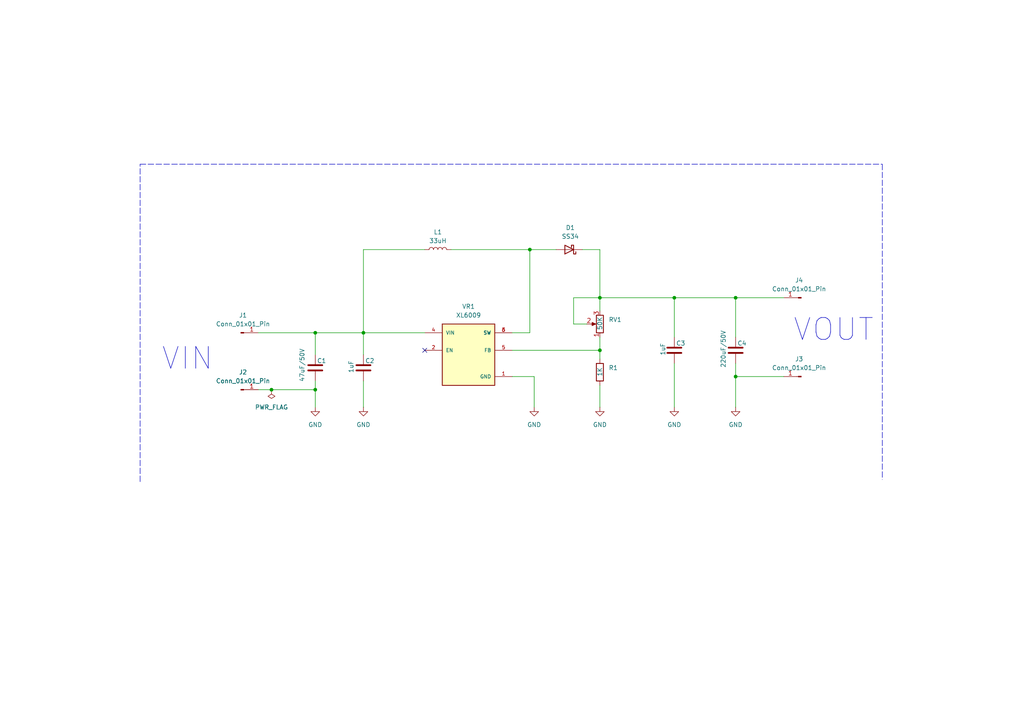
<source format=kicad_sch>
(kicad_sch (version 20250114) (generator "eeschema") (generator_version "9.0")
  (paper "A4")
  (title_block (title "DC-DC Boost Converter"))
  (lib_symbols
    (symbol "Connector:Conn_01x01_Pin" (pin_names (offset 1.016) (hide yes))
      (property "Reference" "J" (at 0 2.54 0))
      (property "Value" "Conn_01x01_Pin" (at 0 -2.54 0))
      (symbol "Conn_01x01_Pin_1_1"
        (rectangle (start 0.8636 0.127) (end 0 -0.127) (stroke (width 0.1524)) (fill (type outline)))
        (polyline (pts (xy 1.27 0) (xy 0.8636 0)) (stroke (width 0.1524)))
        (pin passive line (at 5.08 0 180) (length 3.81) (name "Pin_1") (number "1"))
      )
    )
    (symbol "Device:C" (pin_numbers (hide yes)) (pin_names (offset 0.254))
      (property "Reference" "C" (at 0.635 2.54 0))
      (property "Value" "C" (at 0.635 -2.54 0))
      (symbol "C_0_1"
        (polyline (pts (xy -2.032 0.762) (xy 2.032 0.762)) (stroke (width 0.508)))
        (polyline (pts (xy -2.032 -0.762) (xy 2.032 -0.762)) (stroke (width 0.508)))
      )
      (symbol "C_1_1"
        (pin passive line (at 0 3.81 270) (length 2.794) (name "~") (number "1"))
        (pin passive line (at 0 -3.81 90) (length 2.794) (name "~") (number "2"))
      )
    )
    (symbol "Device:L" (pin_numbers (hide yes)) (pin_names (offset 1.016) (hide yes))
      (property "Reference" "L" (at -1.27 0 90))
      (property "Value" "L" (at 1.905 0 90))
      (symbol "L_0_1"
        (arc (start 0 2.54) (mid 0.6323 1.905) (end 0 1.27))
        (arc (start 0 1.27) (mid 0.6323 0.635) (end 0 0))
        (arc (start 0 0) (mid 0.6323 -0.635) (end 0 -1.27))
        (arc (start 0 -1.27) (mid 0.6323 -1.905) (end 0 -2.54))
      )
      (symbol "L_1_1"
        (pin passive line (at 0 3.81 270) (length 1.27) (name "1") (number "1"))
        (pin passive line (at 0 -3.81 90) (length 1.27) (name "2") (number "2"))
      )
    )
    (symbol "Device:R" (pin_numbers (hide yes)) (pin_names (offset 0))
      (property "Reference" "R" (at 2.032 0 90))
      (property "Value" "R" (at 0 0 90))
      (symbol "R_0_1"
        (rectangle (start -1.016 -2.54) (end 1.016 2.54) (stroke (width 0.254)))
      )
      (symbol "R_1_1"
        (pin passive line (at 0 3.81 270) (length 1.27) (name "~") (number "1"))
        (pin passive line (at 0 -3.81 90) (length 1.27) (name "~") (number "2"))
      )
    )
    (symbol "Device:R_Potentiometer" (pin_names (offset 1.016) (hide yes))
      (property "Reference" "RV" (at -4.445 0 90))
      (property "Value" "R_Potentiometer" (at -2.54 0 90))
      (symbol "R_Potentiometer_0_1"
        (rectangle (start 1.016 2.54) (end -1.016 -2.54) (stroke (width 0.254)))
        (polyline (pts (xy 1.143 0) (xy 2.286 0.508) (xy 2.286 -0.508) (xy 1.143 0)) (fill (type outline)))
        (polyline (pts (xy 2.54 0) (xy 1.524 0)))
      )
      (symbol "R_Potentiometer_1_1"
        (pin passive line (at 0 3.81 270) (length 1.27) (name "1") (number "1"))
        (pin passive line (at 0 -3.81 90) (length 1.27) (name "3") (number "3"))
        (pin passive line (at 3.81 0 180) (length 1.27) (name "2") (number "2"))
      )
    )
    (symbol "Diode:SS34" (pin_numbers (hide yes)) (pin_names (offset 1.016) (hide yes))
      (property "Reference" "D" (at 0 2.54 0))
      (property "Value" "SS34" (at 0 -2.54 0))
      (symbol "SS34_0_1"
        (polyline (pts (xy -1.905 0.635) (xy -1.905 1.27) (xy -1.27 1.27) (xy -1.27 -1.27) (xy -0.635 -1.27) (xy -0.635 -0.635)) (stroke (width 0.254)))
        (polyline (pts (xy 1.27 1.27) (xy 1.27 -1.27) (xy -1.27 0) (xy 1.27 1.27)) (stroke (width 0.254)))
        (polyline (pts (xy 1.27 0) (xy -1.27 0)))
      )
      (symbol "SS34_1_1"
        (pin passive line (at -3.81 0 0) (length 2.54) (name "K") (number "1"))
        (pin passive line (at 3.81 0 180) (length 2.54) (name "A") (number "2"))
      )
    )
    (symbol "XL6009:XL6009" (pin_names (offset 1.016))
      (property "Reference" "VR" (at -7.62 8.89 0))
      (property "Value" "XL6009" (at -7.62 -11.43 0))
      (symbol "XL6009_0_0"
        (rectangle (start -7.62 -10.16) (end 7.62 7.62) (stroke (width 0.254)) (fill (type background)))
        (pin input line (at -12.7 5.08 0) (length 5.08) (name "VIN") (number "4"))
        (pin input line (at -12.7 0 0) (length 5.08) (name "EN") (number "2"))
        (pin output line (at 12.7 5.08 180) (length 5.08) (name "SW") (number "3"))
        (pin output line (at 12.7 5.08 180) (length 5.08) (name "SW") (number "6"))
        (pin input line (at 12.7 0 180) (length 5.08) (name "FB") (number "5"))
        (pin power_in line (at 12.7 -7.62 180) (length 5.08) (name "GND") (number "1"))
      )
    )
    (symbol "power:GND" (power) (pin_numbers (hide yes)) (pin_names (offset 0) (hide yes))
      (property "Value" "GND" (at 0 -3.81 0))
      (symbol "GND_0_1"
        (polyline (pts (xy 0 0) (xy 0 -1.27) (xy 1.27 -1.27) (xy 0 -2.54) (xy -1.27 -1.27) (xy 0 -1.27)))
      )
      (symbol "GND_1_1"
        (pin power_in line (at 0 0 270) (length 0) (name "~") (number "1"))
      )
    )
    (symbol "power:PWR_FLAG" (power) (pin_numbers (hide yes)) (pin_names (offset 0) (hide yes))
      (property "Value" "PWR_FLAG" (at 0 3.81 0))
      (symbol "PWR_FLAG_0_0"
        (pin power_out line (at 0 0 90) (length 0) (name "~") (number "1"))
      )
      (symbol "PWR_FLAG_0_1"
        (polyline (pts (xy 0 0) (xy 0 1.27) (xy -1.016 1.905) (xy 0 2.54) (xy 1.016 1.905) (xy 0 1.27)))
      )
    )
  )
  (text "VIN" (at 54.356 104.14 0) (effects (font (size 6.35 6.35))))
  (text "VOUT" (at 241.808 95.758 0) (effects (font (size 6.35 6.35))))
  (junction (at 91.44 96.52))
  (junction (at 91.44 113.03))
  (junction (at 78.74 113.03))
  (junction (at 195.58 86.36))
  (junction (at 173.99 86.36))
  (junction (at 213.36 109.22))
  (junction (at 153.67 72.39))
  (junction (at 105.41 96.52))
  (junction (at 173.99 101.6))
  (junction (at 213.36 86.36))
  (no_connect (at 123.19 101.6))
  (wire (pts (xy 105.41 96.52) (xy 123.19 96.52)))
  (wire (pts (xy 91.44 113.03) (xy 91.44 118.11)))
  (polyline (pts (xy 40.64 139.7) (xy 40.64 47.625)) (stroke (width 0) (type dash)))
  (wire (pts (xy 227.33 86.36) (xy 213.36 86.36)))
  (wire (pts (xy 78.74 113.03) (xy 91.44 113.03)))
  (polyline (pts (xy 255.905 47.625) (xy 255.905 139.065)) (stroke (width 0) (type dash)))
  (wire (pts (xy 213.36 109.22) (xy 213.36 118.11)))
  (wire (pts (xy 105.41 72.39) (xy 105.41 96.52)))
  (wire (pts (xy 173.99 97.79) (xy 173.99 101.6)))
  (wire (pts (xy 74.93 96.52) (xy 91.44 96.52)))
  (wire (pts (xy 153.67 96.52) (xy 153.67 72.39)))
  (wire (pts (xy 123.19 72.39) (xy 105.41 72.39)))
  (wire (pts (xy 213.36 109.22) (xy 227.33 109.22)))
  (wire (pts (xy 168.91 72.39) (xy 173.99 72.39)))
  (wire (pts (xy 91.44 96.52) (xy 105.41 96.52)))
  (wire (pts (xy 195.58 97.79) (xy 195.58 86.36)))
  (wire (pts (xy 74.93 113.03) (xy 78.74 113.03)))
  (wire (pts (xy 148.59 109.22) (xy 154.94 109.22)))
  (wire (pts (xy 153.67 72.39) (xy 161.29 72.39)))
  (wire (pts (xy 213.36 86.36) (xy 195.58 86.36)))
  (wire (pts (xy 91.44 96.52) (xy 91.44 102.87)))
  (wire (pts (xy 213.36 105.41) (xy 213.36 109.22)))
  (wire (pts (xy 154.94 109.22) (xy 154.94 118.11)))
  (wire (pts (xy 130.81 72.39) (xy 153.67 72.39)))
  (wire (pts (xy 173.99 111.76) (xy 173.99 118.11)))
  (wire (pts (xy 166.37 86.36) (xy 173.99 86.36)))
  (wire (pts (xy 213.36 97.79) (xy 213.36 86.36)))
  (wire (pts (xy 173.99 72.39) (xy 173.99 86.36)))
  (wire (pts (xy 195.58 86.36) (xy 173.99 86.36)))
  (wire (pts (xy 148.59 101.6) (xy 173.99 101.6)))
  (wire (pts (xy 195.58 105.41) (xy 195.58 118.11)))
  (wire (pts (xy 105.41 96.52) (xy 105.41 102.87)))
  (wire (pts (xy 148.59 96.52) (xy 153.67 96.52)))
  (wire (pts (xy 166.37 93.98) (xy 166.37 86.36)))
  (wire (pts (xy 91.44 110.49) (xy 91.44 113.03)))
  (wire (pts (xy 173.99 86.36) (xy 173.99 90.17)))
  (wire (pts (xy 170.18 93.98) (xy 166.37 93.98)))
  (wire (pts (xy 105.41 110.49) (xy 105.41 118.11)))
  (wire (pts (xy 173.99 104.14) (xy 173.99 101.6)))
  (polyline (pts (xy 40.64 47.625) (xy 255.905 47.625)) (stroke (width 0) (type dash)))
  (symbol (lib_id "power:GND") (at 91.44 118.11 0) (unit 1)
    (property "Reference" "#PWR06" (effects (hide yes)))
    (property "Value" "GND" (at 91.44 123.19 0))
    (property "Description" "Power symbol creates a global label with name \"GND\" , ground" (effects (hide yes)))
  )
  (symbol (lib_id "Connector:Conn_01x01_Pin") (at 232.41 86.36 180) (unit 1)
    (property "Reference" "J4" (at 231.775 81.28 0))
    (property "Value" "Conn_01x01_Pin" (at 231.775 83.82 0))
    (property "Footprint" "Connector_PinHeader_2.54mm:PinHeader_1x01_P2.54mm_Vertical" (effects (hide yes)))
    (property "Description" "Generic connector, single row, 01x01, script generated" (effects (hide yes)))
  )
  (symbol (lib_id "power:GND") (at 213.36 118.11 0) (unit 1)
    (property "Reference" "#PWR04" (effects (hide yes)))
    (property "Value" "GND" (at 213.36 123.19 0))
    (property "Description" "Power symbol creates a global label with name \"GND\" , ground" (effects (hide yes)))
  )
  (symbol (lib_id "Device:R") (at 173.99 107.95 0) (unit 1)
    (property "Reference" "R1" (at 176.53 106.6799 0) (effects (justify left)))
    (property "Value" "1K" (at 173.99 109.22 90) (effects (justify left)))
    (property "Footprint" "Resistor_SMD:R_1206_3216Metric" (effects (hide yes)))
    (property "Description" "Resistor" (effects (hide yes)))
  )
  (symbol (lib_id "XL6009:XL6009") (at 135.89 101.6 0) (unit 1)
    (property "Reference" "VR1" (at 135.89 88.9 0))
    (property "Value" "XL6009" (at 135.89 91.44 0))
    (property "Footprint" "Footprints:DPAK170P1435X465-6N" (effects (hide yes)))
    (property "MF" "XLSEMI" (effects (hide yes)))
    (property "MAXIMUM_PACKAGE_HEIGHT" "4.65mm" (effects (hide yes)))
    (property "Package" "TO-263-5L XLSEMI" (effects (hide yes)))
    (property "Price" "None" (effects (hide yes)))
    (property "Check_prices" "https://www.snapeda.com/parts/XL6009/XLSEMI/view-part/?ref=eda" (effects (hide yes)))
    (property "STANDARD" "IPC-7351B" (effects (hide yes)))
    (property "PARTREV" "1.1" (effects (hide yes)))
    (property "SnapEDA_Link" "https://www.snapeda.com/parts/XL6009/XLSEMI/view-part/?ref=snap" (effects (hide yes)))
    (property "MP" "XL6009" (effects (hide yes)))
    (property "Description_1" "The XL6009 regulator is a wide input range, current mode, DC/DC converter which is capable of generating either positive or negative output voltages." (effects (hide yes)))
    (property "Availability" "Not in stock" (effects (hide yes)))
    (property "MANUFACTURER" "XLSEMI" (effects (hide yes)))
  )
  (symbol (lib_id "Device:C") (at 213.36 101.6 0) (unit 1)
    (property "Reference" "C4" (at 213.868 99.568 0) (effects (justify left)))
    (property "Value" "220uF/50V" (at 209.804 106.68 90) (effects (justify left)))
    (property "Footprint" "Capacitor_THT:C_Radial_D6.3mm_H11.0mm_P2.50mm" (effects (hide yes)))
    (property "Description" "Unpolarized capacitor" (effects (hide yes)))
  )
  (symbol (lib_id "power:PWR_FLAG") (at 78.74 113.03 180) (unit 1)
    (property "Reference" "#FLG01" (effects (hide yes)))
    (property "Value" "PWR_FLAG" (at 78.74 118.11 0))
    (property "Description" "Special symbol for telling ERC where power comes from" (effects (hide yes)))
  )
  (symbol (lib_id "Connector:Conn_01x01_Pin") (at 232.41 109.22 180) (unit 1)
    (property "Reference" "J3" (at 231.775 104.14 0))
    (property "Value" "Conn_01x01_Pin" (at 231.775 106.68 0))
    (property "Footprint" "Connector_PinHeader_2.54mm:PinHeader_1x01_P2.54mm_Vertical" (effects (hide yes)))
    (property "Description" "Generic connector, single row, 01x01, script generated" (effects (hide yes)))
  )
  (symbol (lib_id "power:GND") (at 173.99 118.11 0) (unit 1)
    (property "Reference" "#PWR02" (effects (hide yes)))
    (property "Value" "GND" (at 173.99 123.19 0))
    (property "Description" "Power symbol creates a global label with name \"GND\" , ground" (effects (hide yes)))
  )
  (symbol (lib_id "Device:R_Potentiometer") (at 173.99 93.98 180) (unit 1)
    (property "Reference" "RV1" (at 176.53 92.7099 0) (effects (justify right)))
    (property "Value" "50K" (at 173.99 95.758 90) (effects (justify right)))
    (property "Footprint" "Potentiometer_THT:Potentiometer_Bourns_3296W_Vertical" (effects (hide yes)))
    (property "Description" "Potentiometer" (effects (hide yes)))
  )
  (symbol (lib_id "power:GND") (at 105.41 118.11 0) (unit 1)
    (property "Reference" "#PWR05" (effects (hide yes)))
    (property "Value" "GND" (at 105.41 123.19 0))
    (property "Description" "Power symbol creates a global label with name \"GND\" , ground" (effects (hide yes)))
  )
  (symbol (lib_id "Device:L") (at 127 72.39 90) (unit 1)
    (property "Reference" "L1" (at 127 67.31 90))
    (property "Value" "33uH" (at 127 69.85 90))
    (property "Footprint" "Inductor_SMD:L_12x12mm_H8mm" (effects (hide yes)))
    (property "Description" "Inductor" (effects (hide yes)))
  )
  (symbol (lib_id "Device:C") (at 91.44 106.68 0) (unit 1)
    (property "Reference" "C1" (at 91.948 104.648 0) (effects (justify left)))
    (property "Value" "47uF/50V" (at 87.63 110.744 90) (effects (justify left)))
    (property "Footprint" "Capacitor_THT:C_Radial_D6.3mm_H11.0mm_P2.50mm" (effects (hide yes)))
    (property "Description" "Unpolarized capacitor" (effects (hide yes)))
  )
  (symbol (lib_id "Device:C") (at 105.41 106.68 0) (unit 1)
    (property "Reference" "C2" (at 105.918 104.648 0) (effects (justify left)))
    (property "Value" "1uF" (at 101.854 108.204 90) (effects (justify left)))
    (property "Footprint" "Capacitor_SMD:C_0805_2012Metric" (effects (hide yes)))
    (property "Description" "Unpolarized capacitor" (effects (hide yes)))
  )
  (symbol (lib_id "Device:C") (at 195.58 101.6 0) (unit 1)
    (property "Reference" "C3" (at 196.088 99.568 0) (effects (justify left)))
    (property "Value" "1uF" (at 192.278 103.124 90) (effects (justify left)))
    (property "Footprint" "Capacitor_SMD:C_0805_2012Metric" (effects (hide yes)))
    (property "Description" "Unpolarized capacitor" (effects (hide yes)))
  )
  (symbol (lib_id "Connector:Conn_01x01_Pin") (at 69.85 96.52 0) (unit 1)
    (property "Reference" "J1" (at 70.485 91.44 0))
    (property "Value" "Conn_01x01_Pin" (at 70.485 93.98 0))
    (property "Footprint" "Connector_PinHeader_2.54mm:PinHeader_1x01_P2.54mm_Vertical" (effects (hide yes)))
    (property "Description" "Generic connector, single row, 01x01, script generated" (effects (hide yes)))
  )
  (symbol (lib_id "power:GND") (at 195.58 118.11 0) (unit 1)
    (property "Reference" "#PWR03" (effects (hide yes)))
    (property "Value" "GND" (at 195.58 123.19 0))
    (property "Description" "Power symbol creates a global label with name \"GND\" , ground" (effects (hide yes)))
  )
  (symbol (lib_id "Connector:Conn_01x01_Pin") (at 69.85 113.03 0) (unit 1)
    (property "Reference" "J2" (at 70.485 107.95 0))
    (property "Value" "Conn_01x01_Pin" (at 70.485 110.49 0))
    (property "Footprint" "Connector_PinHeader_2.54mm:PinHeader_1x01_P2.54mm_Vertical" (effects (hide yes)))
    (property "Description" "Generic connector, single row, 01x01, script generated" (effects (hide yes)))
  )
  (symbol (lib_id "power:GND") (at 154.94 118.11 0) (unit 1)
    (property "Reference" "#PWR01" (effects (hide yes)))
    (property "Value" "GND" (at 154.94 123.19 0))
    (property "Description" "Power symbol creates a global label with name \"GND\" , ground" (effects (hide yes)))
  )
  (symbol (lib_id "Diode:SS34") (at 165.1 72.39 180) (unit 1)
    (property "Reference" "D1" (at 165.4175 66.04 0))
    (property "Value" "SS34" (at 165.4175 68.58 0))
    (property "Footprint" "Diode_SMD:D_SMA" (effects (hide yes)))
    (property "Datasheet" "https://www.vishay.com/docs/88751/ss32.pdf" (effects (hide yes)))
    (property "Description" "40V 3A Schottky Diode, SMA" (effects (hide yes)))
  )
)
</source>
